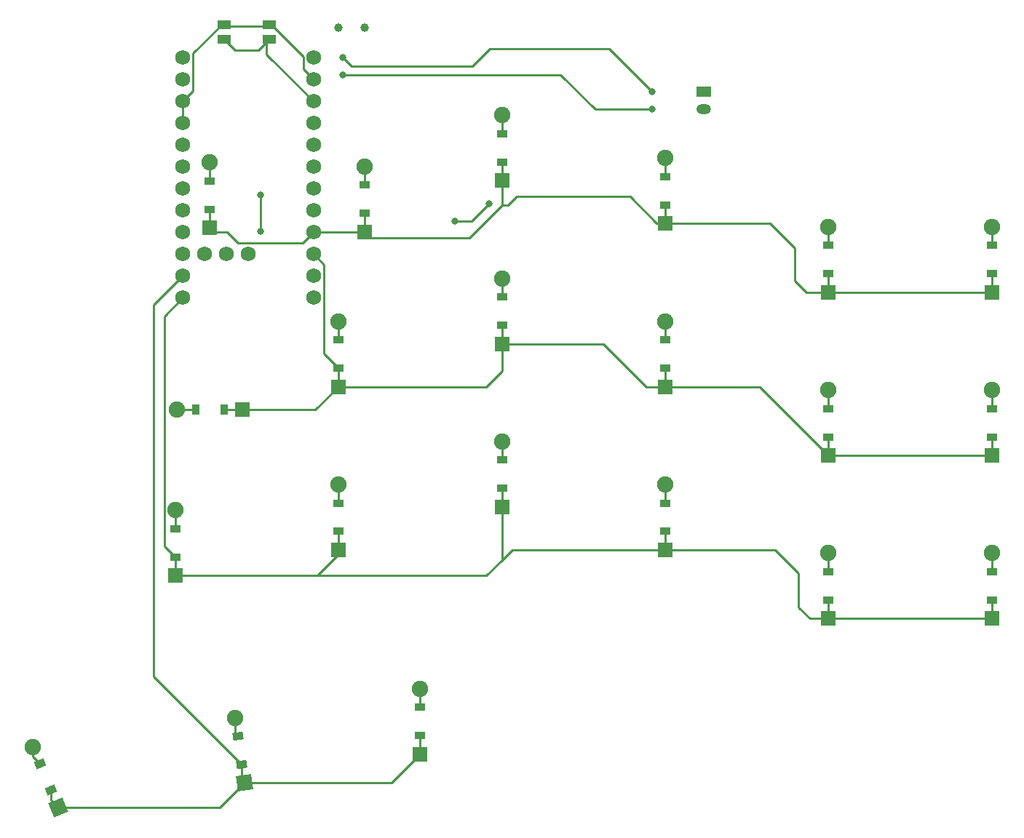
<source format=gbr>
%TF.GenerationSoftware,KiCad,Pcbnew,8.0.6*%
%TF.CreationDate,2024-12-24T11:46:23+01:00*%
%TF.ProjectId,right,72696768-742e-46b6-9963-61645f706362,v1.0.0*%
%TF.SameCoordinates,Original*%
%TF.FileFunction,Copper,L1,Top*%
%TF.FilePolarity,Positive*%
%FSLAX46Y46*%
G04 Gerber Fmt 4.6, Leading zero omitted, Abs format (unit mm)*
G04 Created by KiCad (PCBNEW 8.0.6) date 2024-12-24 11:46:23*
%MOMM*%
%LPD*%
G01*
G04 APERTURE LIST*
G04 Aperture macros list*
%AMRotRect*
0 Rectangle, with rotation*
0 The origin of the aperture is its center*
0 $1 length*
0 $2 width*
0 $3 Rotation angle, in degrees counterclockwise*
0 Add horizontal line*
21,1,$1,$2,0,0,$3*%
G04 Aperture macros list end*
%TA.AperFunction,WasherPad*%
%ADD10C,1.000000*%
%TD*%
%TA.AperFunction,ComponentPad*%
%ADD11R,1.700000X1.200000*%
%TD*%
%TA.AperFunction,ComponentPad*%
%ADD12O,1.700000X1.200000*%
%TD*%
%TA.AperFunction,SMDPad,CuDef*%
%ADD13R,1.550000X1.000000*%
%TD*%
%TA.AperFunction,ComponentPad*%
%ADD14R,1.778000X1.778000*%
%TD*%
%TA.AperFunction,SMDPad,CuDef*%
%ADD15R,1.200000X0.900000*%
%TD*%
%TA.AperFunction,ComponentPad*%
%ADD16C,1.905000*%
%TD*%
%TA.AperFunction,SMDPad,CuDef*%
%ADD17R,0.900000X1.200000*%
%TD*%
%TA.AperFunction,ComponentPad*%
%ADD18RotRect,1.778000X1.778000X113.000000*%
%TD*%
%TA.AperFunction,SMDPad,CuDef*%
%ADD19RotRect,0.900000X1.200000X113.000000*%
%TD*%
%TA.AperFunction,ComponentPad*%
%ADD20RotRect,1.778000X1.778000X98.000000*%
%TD*%
%TA.AperFunction,SMDPad,CuDef*%
%ADD21RotRect,0.900000X1.200000X98.000000*%
%TD*%
%TA.AperFunction,ComponentPad*%
%ADD22C,1.752600*%
%TD*%
%TA.AperFunction,ViaPad*%
%ADD23C,0.800000*%
%TD*%
%TA.AperFunction,Conductor*%
%ADD24C,0.250000*%
%TD*%
G04 APERTURE END LIST*
D10*
%TO.P,T1,*%
%TO.N,*%
X213500000Y-99500000D03*
X216500000Y-99500000D03*
%TD*%
D11*
%TO.P,JST1,1*%
%TO.N,pos*%
X256000000Y-107000000D03*
D12*
%TO.P,JST1,2*%
%TO.N,GND*%
X256000000Y-109000000D03*
%TD*%
D13*
%TO.P,B1,1*%
%TO.N,GND*%
X200175000Y-99150000D03*
X205425000Y-99150000D03*
%TO.P,B1,2*%
%TO.N,RST*%
X200175000Y-100850000D03*
X205425000Y-100850000D03*
%TD*%
D14*
%TO.P,D14,1*%
%TO.N,P106*%
X194500000Y-163310000D03*
D15*
X194500000Y-161150000D03*
%TO.P,D14,2*%
%TO.N,mirror_ColF_Row1*%
X194500000Y-157850000D03*
D16*
X194500000Y-155690000D03*
%TD*%
D14*
%TO.P,D8,1*%
%TO.N,P111*%
X251500000Y-141310000D03*
D15*
X251500000Y-139150000D03*
%TO.P,D8,2*%
%TO.N,mirror_ColC_Row2*%
X251500000Y-135850000D03*
D16*
X251500000Y-133690000D03*
%TD*%
D14*
%TO.P,D5,1*%
%TO.N,P111*%
X270500000Y-149310000D03*
D15*
X270500000Y-147150000D03*
%TO.P,D5,2*%
%TO.N,mirror_ColB_Row2*%
X270500000Y-143850000D03*
D16*
X270500000Y-141690000D03*
%TD*%
D14*
%TO.P,D12,1*%
%TO.N,P113*%
X232500000Y-117310000D03*
D15*
X232500000Y-115150000D03*
%TO.P,D12,2*%
%TO.N,mirror_ColD_Row3*%
X232500000Y-111850000D03*
D16*
X232500000Y-109690000D03*
%TD*%
D14*
%TO.P,D3,1*%
%TO.N,P113*%
X289500000Y-130310000D03*
D15*
X289500000Y-128150000D03*
%TO.P,D3,2*%
%TO.N,mirror_ColA_Row3*%
X289500000Y-124850000D03*
D16*
X289500000Y-122690000D03*
%TD*%
D14*
%TO.P,D18,1*%
%TO.N,P111*%
X202310000Y-144000000D03*
D17*
X200150000Y-144000000D03*
%TO.P,D18,2*%
%TO.N,mirror_ColF_Row2*%
X196850000Y-144000000D03*
D16*
X194690000Y-144000000D03*
%TD*%
D14*
%TO.P,D10,1*%
%TO.N,P106*%
X232500000Y-155310000D03*
D15*
X232500000Y-153150000D03*
%TO.P,D10,2*%
%TO.N,mirror_ColD_Row1*%
X232500000Y-149850000D03*
D16*
X232500000Y-147690000D03*
%TD*%
D14*
%TO.P,D9,1*%
%TO.N,P113*%
X251500000Y-122310000D03*
D15*
X251500000Y-120150000D03*
%TO.P,D9,2*%
%TO.N,mirror_ColC_Row3*%
X251500000Y-116850000D03*
D16*
X251500000Y-114690000D03*
%TD*%
D14*
%TO.P,D2,1*%
%TO.N,P111*%
X289500000Y-149310000D03*
D15*
X289500000Y-147150000D03*
%TO.P,D2,2*%
%TO.N,mirror_ColA_Row2*%
X289500000Y-143850000D03*
D16*
X289500000Y-141690000D03*
%TD*%
D18*
%TO.P,D17,1*%
%TO.N,P104*%
X180882596Y-190259007D03*
D19*
X180038615Y-188270717D03*
%TO.P,D17,2*%
%TO.N,mirror_ColF_Row0*%
X178749203Y-185233051D03*
D16*
X177905222Y-183244761D03*
%TD*%
D14*
%TO.P,D21,1*%
%TO.N,P111*%
X213500000Y-141310000D03*
D15*
X213500000Y-139150000D03*
%TO.P,D21,2*%
%TO.N,mirror_ColE_Row2*%
X213500000Y-135850000D03*
D16*
X213500000Y-133690000D03*
%TD*%
D14*
%TO.P,D7,1*%
%TO.N,P106*%
X251500000Y-160310000D03*
D15*
X251500000Y-158150000D03*
%TO.P,D7,2*%
%TO.N,mirror_ColC_Row1*%
X251500000Y-154850000D03*
D16*
X251500000Y-152690000D03*
%TD*%
D14*
%TO.P,D20,1*%
%TO.N,P113*%
X216500000Y-123310000D03*
D15*
X216500000Y-121150000D03*
%TO.P,D20,2*%
%TO.N,mirror_ColE_Row3*%
X216500000Y-117850000D03*
D16*
X216500000Y-115690000D03*
%TD*%
D20*
%TO.P,D16,1*%
%TO.N,P104*%
X202537061Y-187420981D03*
D21*
X202236446Y-185282002D03*
%TO.P,D16,2*%
%TO.N,mirror_ColE_Row0*%
X201777174Y-182014118D03*
D16*
X201476559Y-179875139D03*
%TD*%
D14*
%TO.P,D1,1*%
%TO.N,P106*%
X289500000Y-168310000D03*
D15*
X289500000Y-166150000D03*
%TO.P,D1,2*%
%TO.N,mirror_ColA_Row1*%
X289500000Y-162850000D03*
D16*
X289500000Y-160690000D03*
%TD*%
D14*
%TO.P,D6,1*%
%TO.N,P113*%
X270500000Y-130310000D03*
D15*
X270500000Y-128150000D03*
%TO.P,D6,2*%
%TO.N,mirror_ColB_Row3*%
X270500000Y-124850000D03*
D16*
X270500000Y-122690000D03*
%TD*%
D22*
%TO.P,MCU1,1*%
%TO.N,P006*%
X195380000Y-103030000D03*
%TO.P,MCU1,2*%
%TO.N,P008*%
X195380000Y-105570000D03*
%TO.P,MCU1,3*%
%TO.N,GND*%
X195380000Y-108110000D03*
%TO.P,MCU1,4*%
X195380000Y-110650000D03*
%TO.P,MCU1,5*%
%TO.N,P017*%
X195380000Y-113190000D03*
%TO.P,MCU1,6*%
%TO.N,P020*%
X195380000Y-115730000D03*
%TO.P,MCU1,7*%
%TO.N,P022*%
X195380000Y-118270000D03*
%TO.P,MCU1,8*%
%TO.N,P024*%
X195380000Y-120810000D03*
%TO.P,MCU1,9*%
%TO.N,P100*%
X195380000Y-123350000D03*
%TO.P,MCU1,10*%
%TO.N,P011*%
X195380000Y-125890000D03*
%TO.P,MCU1,11*%
%TO.N,P104*%
X195380000Y-128430000D03*
%TO.P,MCU1,12*%
%TO.N,P106*%
X195380000Y-130970000D03*
%TO.P,MCU1,13*%
%TO.N,P009*%
X210620000Y-130970000D03*
%TO.P,MCU1,14*%
%TO.N,P010*%
X210620000Y-128430000D03*
%TO.P,MCU1,15*%
%TO.N,P111*%
X210620000Y-125890000D03*
%TO.P,MCU1,16*%
%TO.N,P113*%
X210620000Y-123350000D03*
%TO.P,MCU1,17*%
%TO.N,P115*%
X210620000Y-120810000D03*
%TO.P,MCU1,18*%
%TO.N,P002*%
X210620000Y-118270000D03*
%TO.P,MCU1,19*%
%TO.N,P029*%
X210620000Y-115730000D03*
%TO.P,MCU1,20*%
%TO.N,P031*%
X210620000Y-113190000D03*
%TO.P,MCU1,21*%
%TO.N,VCC*%
X210620000Y-110650000D03*
%TO.P,MCU1,22*%
%TO.N,RST*%
X210620000Y-108110000D03*
%TO.P,MCU1,23*%
%TO.N,GND*%
X210620000Y-105570000D03*
%TO.P,MCU1,24*%
%TO.N,RAW*%
X210620000Y-103030000D03*
%TO.P,MCU1,31*%
%TO.N,P101*%
X197920000Y-125890000D03*
%TO.P,MCU1,32*%
%TO.N,P102*%
X200460000Y-125890000D03*
%TO.P,MCU1,33*%
%TO.N,P107*%
X203000000Y-125890000D03*
%TD*%
D14*
%TO.P,D4,1*%
%TO.N,P106*%
X270500000Y-168310000D03*
D15*
X270500000Y-166150000D03*
%TO.P,D4,2*%
%TO.N,mirror_ColB_Row1*%
X270500000Y-162850000D03*
D16*
X270500000Y-160690000D03*
%TD*%
D14*
%TO.P,D13,1*%
%TO.N,P106*%
X213500000Y-160310000D03*
D15*
X213500000Y-158150000D03*
%TO.P,D13,2*%
%TO.N,mirror_ColE_Row1*%
X213500000Y-154850000D03*
D16*
X213500000Y-152690000D03*
%TD*%
D14*
%TO.P,D15,1*%
%TO.N,P104*%
X223000000Y-184060000D03*
D15*
X223000000Y-181900000D03*
%TO.P,D15,2*%
%TO.N,mirror_ColD_Row0*%
X223000000Y-178600000D03*
D16*
X223000000Y-176440000D03*
%TD*%
D14*
%TO.P,D11,1*%
%TO.N,P111*%
X232500000Y-136310000D03*
D15*
X232500000Y-134150000D03*
%TO.P,D11,2*%
%TO.N,mirror_ColD_Row2*%
X232500000Y-130850000D03*
D16*
X232500000Y-128690000D03*
%TD*%
D14*
%TO.P,D19,1*%
%TO.N,P113*%
X198500000Y-122810000D03*
D15*
X198500000Y-120650000D03*
%TO.P,D19,2*%
%TO.N,mirror_ColF_Row3*%
X198500000Y-117350000D03*
D16*
X198500000Y-115190000D03*
%TD*%
D23*
%TO.N,GND*%
X214000000Y-105000000D03*
%TO.N,P115*%
X231000000Y-120000000D03*
X227000000Y-122000000D03*
%TO.N,pos*%
X214000000Y-103000000D03*
X250000000Y-107000000D03*
%TO.N,GND*%
X250000000Y-109000000D03*
%TO.N,P009*%
X204400000Y-123200000D03*
X204400000Y-119000000D03*
%TD*%
D24*
%TO.N,GND*%
X200175000Y-99150000D02*
X200400000Y-99375000D01*
X200400000Y-99375000D02*
X205200000Y-99375000D01*
X205200000Y-99375000D02*
X205425000Y-99150000D01*
%TO.N,mirror_ColD_Row3*%
X232500000Y-109690000D02*
X232500000Y-111850000D01*
%TO.N,mirror_ColF_Row3*%
X198500000Y-115190000D02*
X198500000Y-117350000D01*
%TO.N,P113*%
X232500000Y-117310000D02*
X232500000Y-115150000D01*
%TO.N,mirror_ColC_Row3*%
X251500000Y-114690000D02*
X251500000Y-116850000D01*
%TO.N,mirror_ColB_Row3*%
X270500000Y-122690000D02*
X270500000Y-124850000D01*
%TO.N,mirror_ColA_Row3*%
X289500000Y-122690000D02*
X289500000Y-124850000D01*
%TO.N,mirror_ColA_Row2*%
X289500000Y-141690000D02*
X289500000Y-143850000D01*
%TO.N,mirror_ColB_Row2*%
X270500000Y-141690000D02*
X270500000Y-143850000D01*
%TO.N,mirror_ColC_Row2*%
X251500000Y-133690000D02*
X251500000Y-135850000D01*
%TO.N,mirror_ColD_Row2*%
X232500000Y-128690000D02*
X232500000Y-130850000D01*
%TO.N,P106*%
X232500000Y-153150000D02*
X232500000Y-155310000D01*
%TO.N,mirror_ColE_Row2*%
X213500000Y-133690000D02*
X213500000Y-135850000D01*
%TO.N,mirror_ColF_Row2*%
X196850000Y-144000000D02*
X194690000Y-144000000D01*
%TO.N,P111*%
X200150000Y-144000000D02*
X202310000Y-144000000D01*
%TO.N,mirror_ColA_Row1*%
X289500000Y-160690000D02*
X289500000Y-162850000D01*
%TO.N,mirror_ColB_Row1*%
X270500000Y-160690000D02*
X270500000Y-162850000D01*
%TO.N,mirror_ColC_Row1*%
X251500000Y-152690000D02*
X251500000Y-154850000D01*
%TO.N,mirror_ColD_Row1*%
X232500000Y-147690000D02*
X232500000Y-149850000D01*
%TO.N,mirror_ColE_Row1*%
X213500000Y-152690000D02*
X213500000Y-154850000D01*
%TO.N,mirror_ColF_Row1*%
X194500000Y-155690000D02*
X194500000Y-157850000D01*
%TO.N,mirror_ColD_Row0*%
X223000000Y-176440000D02*
X223000000Y-178600000D01*
%TO.N,mirror_ColE_Row0*%
X201476559Y-179875139D02*
X201476559Y-181713503D01*
X201476559Y-181713503D02*
X201777174Y-182014118D01*
%TO.N,mirror_ColF_Row0*%
X177905222Y-183244761D02*
X177905222Y-184389070D01*
X177905222Y-184389070D02*
X178749203Y-185233051D01*
%TO.N,P111*%
X213500000Y-139150000D02*
X211821300Y-137471300D01*
X211821300Y-127091300D02*
X210620000Y-125890000D01*
X211821300Y-137471300D02*
X211821300Y-127091300D01*
%TO.N,P104*%
X202236446Y-185282002D02*
X192000000Y-175045556D01*
X192000000Y-131810000D02*
X195380000Y-128430000D01*
X192000000Y-175045556D02*
X192000000Y-131810000D01*
%TO.N,P106*%
X194500000Y-161150000D02*
X193222500Y-159872500D01*
X193222500Y-159872500D02*
X193222500Y-133127500D01*
X193222500Y-133127500D02*
X195380000Y-130970000D01*
%TO.N,GND*%
X239350131Y-105000000D02*
X214000000Y-105000000D01*
X243350131Y-109000000D02*
X239350131Y-105000000D01*
X245000000Y-109000000D02*
X243350131Y-109000000D01*
%TO.N,mirror_ColE_Row3*%
X216500000Y-117850000D02*
X216500000Y-115690000D01*
%TO.N,P115*%
X229000000Y-122000000D02*
X227000000Y-122000000D01*
X231000000Y-120000000D02*
X229000000Y-122000000D01*
%TO.N,P113*%
X216500000Y-123310000D02*
X217190000Y-124000000D01*
X217190000Y-124000000D02*
X228700000Y-124000000D01*
X228700000Y-124000000D02*
X232500000Y-120200000D01*
%TO.N,RST*%
X205425000Y-100850000D02*
X205137500Y-101137500D01*
X205137500Y-101137500D02*
X205137500Y-102627500D01*
X205137500Y-102627500D02*
X210620000Y-108110000D01*
X200175000Y-100850000D02*
X201450000Y-102125000D01*
X204150000Y-102125000D02*
X205425000Y-100850000D01*
X201450000Y-102125000D02*
X204150000Y-102125000D01*
%TO.N,GND*%
X205425000Y-99150000D02*
X205700000Y-99150000D01*
X205700000Y-99150000D02*
X209418700Y-102868700D01*
X209418700Y-102868700D02*
X209418700Y-104368700D01*
X209418700Y-104368700D02*
X210620000Y-105570000D01*
X195380000Y-108110000D02*
X195380000Y-110650000D01*
X200175000Y-99150000D02*
X199900000Y-99150000D01*
X199900000Y-99150000D02*
X196581300Y-102468700D01*
X196581300Y-102468700D02*
X196581300Y-106908700D01*
X196581300Y-106908700D02*
X195380000Y-108110000D01*
%TO.N,pos*%
X215000000Y-104000000D02*
X229055945Y-104000000D01*
X214000000Y-103000000D02*
X215000000Y-104000000D01*
X229055945Y-104000000D02*
X231075525Y-101980420D01*
X244980420Y-101980420D02*
X250000000Y-107000000D01*
X231075525Y-101980420D02*
X244980420Y-101980420D01*
%TO.N,GND*%
X250000000Y-109000000D02*
X245000000Y-109000000D01*
%TO.N,P009*%
X204400000Y-119000000D02*
X204400000Y-123200000D01*
%TO.N,P113*%
X266600000Y-129000000D02*
X267910000Y-130310000D01*
X216460000Y-123350000D02*
X216500000Y-123310000D01*
X289500000Y-128150000D02*
X289500000Y-130310000D01*
X216500000Y-121150000D02*
X216500000Y-123310000D01*
X198500000Y-120650000D02*
X198500000Y-122810000D01*
X234200000Y-119200000D02*
X247400000Y-119200000D01*
X263710000Y-122310000D02*
X266600000Y-125200000D01*
X270500000Y-130310000D02*
X289500000Y-130310000D01*
X209370000Y-124600000D02*
X210620000Y-123350000D01*
X210620000Y-123350000D02*
X216460000Y-123350000D01*
X201800000Y-124600000D02*
X209370000Y-124600000D01*
X247400000Y-119200000D02*
X250510000Y-122310000D01*
X232500000Y-120200000D02*
X233200000Y-120200000D01*
X250510000Y-122310000D02*
X251500000Y-122310000D01*
X251500000Y-122310000D02*
X263710000Y-122310000D01*
X233200000Y-120200000D02*
X234200000Y-119200000D01*
X267910000Y-130310000D02*
X270500000Y-130310000D01*
X198500000Y-122810000D02*
X198995900Y-123305900D01*
X200505900Y-123305900D02*
X201800000Y-124600000D01*
X251500000Y-120150000D02*
X251500000Y-122310000D01*
X198995900Y-123305900D02*
X200505900Y-123305900D01*
X266600000Y-125200000D02*
X266600000Y-129000000D01*
X232500000Y-120200000D02*
X232500000Y-117310000D01*
X270500000Y-128150000D02*
X270500000Y-130310000D01*
%TO.N,P111*%
X232500000Y-139500000D02*
X232500000Y-136310000D01*
X262500000Y-141310000D02*
X270500000Y-149310000D01*
X251500000Y-141310000D02*
X262500000Y-141310000D01*
X230690000Y-141310000D02*
X232500000Y-139500000D01*
X232500000Y-134150000D02*
X232500000Y-136310000D01*
X213500000Y-141310000D02*
X230690000Y-141310000D01*
X210810000Y-144000000D02*
X213500000Y-141310000D01*
X270500000Y-147150000D02*
X270500000Y-149310000D01*
X244310000Y-136310000D02*
X249310000Y-141310000D01*
X270500000Y-149310000D02*
X289500000Y-149310000D01*
X213500000Y-139150000D02*
X213500000Y-141310000D01*
X251500000Y-139150000D02*
X251500000Y-141310000D01*
X232500000Y-136310000D02*
X244310000Y-136310000D01*
X249310000Y-141310000D02*
X251500000Y-141310000D01*
X289500000Y-147150000D02*
X289500000Y-149310000D01*
X202310000Y-144000000D02*
X210810000Y-144000000D01*
%TO.N,P104*%
X202537060Y-187420981D02*
X219639019Y-187420981D01*
X223000000Y-184060000D02*
X223000000Y-181900000D01*
X202236446Y-187120367D02*
X202537060Y-187420981D01*
X180882595Y-190259007D02*
X199699034Y-190259007D01*
X202236446Y-185282002D02*
X202236446Y-187120367D01*
X180038615Y-188270717D02*
X180038615Y-189415027D01*
X219639019Y-187420981D02*
X223000000Y-184060000D01*
X199699034Y-190259007D02*
X202537060Y-187420981D01*
X180038615Y-189415027D02*
X180882595Y-190259007D01*
%TO.N,P106*%
X233690000Y-160310000D02*
X251500000Y-160310000D01*
X289500000Y-166150000D02*
X289500000Y-168310000D01*
X213500000Y-160810000D02*
X213500000Y-160310000D01*
X211000000Y-163310000D02*
X230690000Y-163310000D01*
X211000000Y-163310000D02*
X213500000Y-160810000D01*
X232500000Y-161500000D02*
X232500000Y-155310000D01*
X270500000Y-166150000D02*
X270500000Y-168310000D01*
X194500000Y-163310000D02*
X211000000Y-163310000D01*
X270500000Y-168310000D02*
X289500000Y-168310000D01*
X230690000Y-163310000D02*
X232500000Y-161500000D01*
X232500000Y-161500000D02*
X233690000Y-160310000D01*
X251500000Y-158150000D02*
X251500000Y-160310000D01*
X251500000Y-160310000D02*
X264310000Y-160310000D01*
X267000000Y-167000000D02*
X268310000Y-168310000D01*
X267000000Y-163000000D02*
X267000000Y-167000000D01*
X213500000Y-158150000D02*
X213500000Y-160310000D01*
X268310000Y-168310000D02*
X270500000Y-168310000D01*
X264310000Y-160310000D02*
X267000000Y-163000000D01*
X194500000Y-161150000D02*
X194500000Y-163310000D01*
%TD*%
M02*

</source>
